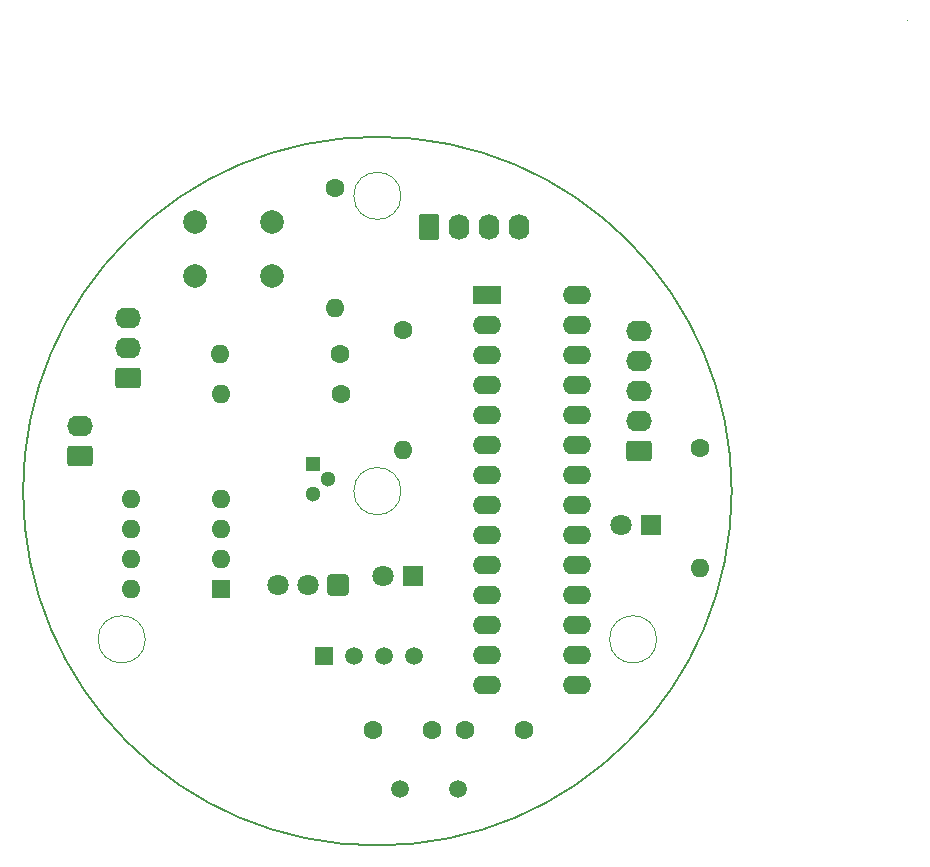
<source format=gts>
%TF.GenerationSoftware,KiCad,Pcbnew,(6.0.7-1)-1*%
%TF.CreationDate,2022-10-31T10:44:15+05:30*%
%TF.ProjectId,Ac Temp Control V2,41632054-656d-4702-9043-6f6e74726f6c,rev?*%
%TF.SameCoordinates,Original*%
%TF.FileFunction,Soldermask,Top*%
%TF.FilePolarity,Negative*%
%FSLAX46Y46*%
G04 Gerber Fmt 4.6, Leading zero omitted, Abs format (unit mm)*
G04 Created by KiCad (PCBNEW (6.0.7-1)-1) date 2022-10-31 10:44:15*
%MOMM*%
%LPD*%
G01*
G04 APERTURE LIST*
G04 Aperture macros list*
%AMRoundRect*
0 Rectangle with rounded corners*
0 $1 Rounding radius*
0 $2 $3 $4 $5 $6 $7 $8 $9 X,Y pos of 4 corners*
0 Add a 4 corners polygon primitive as box body*
4,1,4,$2,$3,$4,$5,$6,$7,$8,$9,$2,$3,0*
0 Add four circle primitives for the rounded corners*
1,1,$1+$1,$2,$3*
1,1,$1+$1,$4,$5*
1,1,$1+$1,$6,$7*
1,1,$1+$1,$8,$9*
0 Add four rect primitives between the rounded corners*
20,1,$1+$1,$2,$3,$4,$5,0*
20,1,$1+$1,$4,$5,$6,$7,0*
20,1,$1+$1,$6,$7,$8,$9,0*
20,1,$1+$1,$8,$9,$2,$3,0*%
G04 Aperture macros list end*
%TA.AperFunction,Profile*%
%ADD10C,0.100000*%
%TD*%
%TA.AperFunction,Profile*%
%ADD11C,0.150000*%
%TD*%
%ADD12R,2.400000X1.600000*%
%ADD13O,2.400000X1.600000*%
%ADD14C,1.500000*%
%ADD15C,1.600000*%
%ADD16O,1.600000X1.600000*%
%ADD17RoundRect,0.250000X0.845000X-0.620000X0.845000X0.620000X-0.845000X0.620000X-0.845000X-0.620000X0*%
%ADD18O,2.190000X1.740000*%
%ADD19C,2.000000*%
%ADD20R,1.600000X1.600000*%
%ADD21RoundRect,0.250000X-0.620000X-0.845000X0.620000X-0.845000X0.620000X0.845000X-0.620000X0.845000X0*%
%ADD22O,1.740000X2.190000*%
%ADD23R,1.800000X1.800000*%
%ADD24C,1.800000*%
%ADD25RoundRect,0.250200X0.649800X0.649800X-0.649800X0.649800X-0.649800X-0.649800X0.649800X-0.649800X0*%
%ADD26R,1.300000X1.300000*%
%ADD27C,1.300000*%
%ADD28R,1.500000X1.500000*%
G04 APERTURE END LIST*
D10*
X146481802Y-104531802D02*
G75*
G03*
X146481802Y-104531802I-2000000J0D01*
G01*
X124831802Y-117081802D02*
G75*
G03*
X124831802Y-117081802I-2000000J0D01*
G01*
X189350001Y-64700000D02*
G75*
G03*
X189350001Y-64700000I-1J0D01*
G01*
X168131802Y-117081802D02*
G75*
G03*
X168131802Y-117081802I-2000000J0D01*
G01*
X146481802Y-79531802D02*
G75*
G03*
X146481802Y-79531802I-2000000J0D01*
G01*
D11*
X174481802Y-104531802D02*
G75*
G03*
X174481802Y-104531802I-30000000J0D01*
G01*
D12*
%TO.C,U1*%
X153781802Y-87906802D03*
D13*
X153781802Y-90446802D03*
X153781802Y-92986802D03*
X153781802Y-95526802D03*
X153781802Y-98066802D03*
X153781802Y-100606802D03*
X153781802Y-103146802D03*
X153781802Y-105686802D03*
X153781802Y-108226802D03*
X153781802Y-110766802D03*
X153781802Y-113306802D03*
X153781802Y-115846802D03*
X153781802Y-118386802D03*
X153781802Y-120926802D03*
X161401802Y-120926802D03*
X161401802Y-118386802D03*
X161401802Y-115846802D03*
X161401802Y-113306802D03*
X161401802Y-110766802D03*
X161401802Y-108226802D03*
X161401802Y-105686802D03*
X161401802Y-103146802D03*
X161401802Y-100606802D03*
X161401802Y-98066802D03*
X161401802Y-95526802D03*
X161401802Y-92986802D03*
X161401802Y-90446802D03*
X161401802Y-87906802D03*
%TD*%
D14*
%TO.C,Y1*%
X146381802Y-129781802D03*
X151281802Y-129781802D03*
%TD*%
D15*
%TO.C,R3*%
X140881802Y-78901802D03*
D16*
X140881802Y-89061802D03*
%TD*%
D17*
%TO.C,VR1*%
X123401802Y-94971802D03*
D18*
X123401802Y-92431802D03*
X123401802Y-89891802D03*
%TD*%
D19*
%TO.C,SW1*%
X129081802Y-81781802D03*
X135581802Y-81781802D03*
X129081802Y-86281802D03*
X135581802Y-86281802D03*
%TD*%
D15*
%TO.C,R1*%
X146631802Y-90901802D03*
D16*
X146631802Y-101061802D03*
%TD*%
D20*
%TO.C,U4*%
X131231802Y-112781802D03*
D16*
X131231802Y-110241802D03*
X131231802Y-107701802D03*
X131231802Y-105161802D03*
X123611802Y-105161802D03*
X123611802Y-107701802D03*
X123611802Y-110241802D03*
X123611802Y-112781802D03*
%TD*%
D17*
%TO.C,J1*%
X119281802Y-101531802D03*
D18*
X119281802Y-98991802D03*
%TD*%
D21*
%TO.C,DISPLAY1*%
X148871802Y-82201802D03*
D22*
X151411802Y-82201802D03*
X153951802Y-82201802D03*
X156491802Y-82201802D03*
%TD*%
D15*
%TO.C,C1*%
X144131802Y-124731802D03*
X149131802Y-124731802D03*
%TD*%
D23*
%TO.C,D1*%
X167631802Y-107381802D03*
D24*
X165091802Y-107381802D03*
%TD*%
D15*
%TO.C,C2*%
X156931802Y-124731802D03*
X151931802Y-124731802D03*
%TD*%
D17*
%TO.C,J2*%
X166651802Y-101111802D03*
D18*
X166651802Y-98571802D03*
X166651802Y-96031802D03*
X166651802Y-93491802D03*
X166651802Y-90951802D03*
%TD*%
D15*
%TO.C,R5*%
X141381802Y-96331802D03*
D16*
X131221802Y-96331802D03*
%TD*%
D23*
%TO.C,D2*%
X147531802Y-111731802D03*
D24*
X144991802Y-111731802D03*
%TD*%
D15*
%TO.C,R2*%
X171781802Y-100881802D03*
D16*
X171781802Y-111041802D03*
%TD*%
D25*
%TO.C,U3*%
X141181802Y-112481802D03*
D24*
X138641802Y-112481802D03*
X136101802Y-112481802D03*
%TD*%
D26*
%TO.C,Q1*%
X139050000Y-102250000D03*
D27*
X140320000Y-103520000D03*
X139050000Y-104790000D03*
%TD*%
D15*
%TO.C,R4*%
X141281802Y-92931802D03*
D16*
X131121802Y-92931802D03*
%TD*%
D28*
%TO.C,U2*%
X139969302Y-118484302D03*
D14*
X142509302Y-118484302D03*
X145049302Y-118484302D03*
X147589302Y-118484302D03*
%TD*%
M02*

</source>
